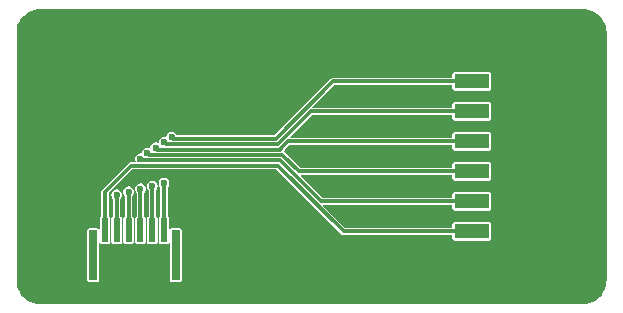
<source format=gtl>
G04 #@! TF.GenerationSoftware,KiCad,Pcbnew,8.0.7*
G04 #@! TF.CreationDate,2025-01-15T21:05:10+03:00*
G04 #@! TF.ProjectId,Connector,436f6e6e-6563-4746-9f72-2e6b69636164,rev?*
G04 #@! TF.SameCoordinates,Original*
G04 #@! TF.FileFunction,Copper,L1,Top*
G04 #@! TF.FilePolarity,Positive*
%FSLAX46Y46*%
G04 Gerber Fmt 4.6, Leading zero omitted, Abs format (unit mm)*
G04 Created by KiCad (PCBNEW 8.0.7) date 2025-01-15 21:05:10*
%MOMM*%
%LPD*%
G01*
G04 APERTURE LIST*
G04 #@! TA.AperFunction,SMDPad,CuDef*
%ADD10R,0.600000X2.000000*%
G04 #@! TD*
G04 #@! TA.AperFunction,SMDPad,CuDef*
%ADD11R,0.700000X4.200000*%
G04 #@! TD*
G04 #@! TA.AperFunction,SMDPad,CuDef*
%ADD12R,3.000000X1.250000*%
G04 #@! TD*
G04 #@! TA.AperFunction,ViaPad*
%ADD13C,0.600000*%
G04 #@! TD*
G04 #@! TA.AperFunction,Conductor*
%ADD14C,0.304800*%
G04 #@! TD*
G04 APERTURE END LIST*
D10*
X131001100Y-111253600D03*
X132001100Y-111253600D03*
X133001100Y-111253600D03*
X134001100Y-111253600D03*
X135001100Y-111253600D03*
X136001100Y-111253600D03*
D11*
X130001100Y-113353600D03*
X137001100Y-113353600D03*
D12*
X162076100Y-98653600D03*
X162076100Y-101193600D03*
X162076100Y-103733600D03*
X162076100Y-106273600D03*
X162076100Y-108813600D03*
X162076100Y-111353600D03*
D13*
X136000000Y-107250000D03*
X136654526Y-103360001D03*
X133000000Y-108000000D03*
X134599825Y-104731601D03*
X136031488Y-103817201D03*
X135000000Y-107500000D03*
X134000000Y-105188800D03*
X132000000Y-108250000D03*
X135283834Y-104274401D03*
X134000000Y-107750000D03*
D14*
X131001100Y-107998900D02*
X131001100Y-111253600D01*
X145641100Y-105793600D02*
X133206400Y-105793600D01*
X133206400Y-105793600D02*
X131001100Y-107998900D01*
X162076100Y-111353600D02*
X151201100Y-111353600D01*
X151201100Y-111353600D02*
X145641100Y-105793600D01*
X150303244Y-98653600D02*
X145449243Y-103507601D01*
X145449243Y-103507601D02*
X136802126Y-103507601D01*
X162076100Y-98653600D02*
X150303244Y-98653600D01*
X136802126Y-103507601D02*
X136654526Y-103360001D01*
X136000000Y-107250000D02*
X136000000Y-108000000D01*
X136000000Y-108000000D02*
X136001100Y-108001100D01*
X136001100Y-108001100D02*
X136001100Y-111253600D01*
X146195331Y-105054669D02*
X146019863Y-104879201D01*
X135750000Y-104879201D02*
X134747425Y-104879201D01*
X134747425Y-104879201D02*
X134599825Y-104731601D01*
X147414262Y-106273600D02*
X146195331Y-105054669D01*
X162076100Y-106273600D02*
X147414262Y-106273600D01*
X133001100Y-108501100D02*
X133001100Y-111253600D01*
X133000000Y-108500000D02*
X133001100Y-108501100D01*
X146019863Y-104879201D02*
X135750000Y-104879201D01*
X133000000Y-108000000D02*
X133000000Y-108500000D01*
X148409822Y-101193600D02*
X145638621Y-103964801D01*
X162076100Y-101193600D02*
X148409822Y-101193600D01*
X135021100Y-111233600D02*
X135001100Y-111253600D01*
X136179088Y-103964801D02*
X136031488Y-103817201D01*
X135000000Y-107500000D02*
X135001100Y-107501100D01*
X135001100Y-107501100D02*
X135001100Y-111253600D01*
X145638621Y-103964801D02*
X136179088Y-103964801D01*
X138500000Y-105336401D02*
X134147601Y-105336401D01*
X145830481Y-105336401D02*
X138500000Y-105336401D01*
X149307681Y-108813600D02*
X146247040Y-105752960D01*
X132000000Y-111252500D02*
X132001100Y-111253600D01*
X132000000Y-108250000D02*
X132000000Y-111252500D01*
X162076100Y-108813600D02*
X149307681Y-108813600D01*
X134147601Y-105336401D02*
X134000000Y-105188800D01*
X146247040Y-105752960D02*
X145830481Y-105336400D01*
X146247040Y-105752960D02*
X145830481Y-105336401D01*
X146000000Y-104250000D02*
X145827999Y-104422001D01*
X150500000Y-103733600D02*
X146516400Y-103733600D01*
X146516400Y-103733600D02*
X146000000Y-104250000D01*
X162076100Y-103733600D02*
X150500000Y-103733600D01*
X135431434Y-104422001D02*
X135283834Y-104274401D01*
X145827999Y-104422001D02*
X142000000Y-104422001D01*
X134000000Y-107750000D02*
X134000000Y-108250000D01*
X134000000Y-108250000D02*
X134001100Y-108251100D01*
X142000000Y-104422001D02*
X135431434Y-104422001D01*
X134001100Y-108251100D02*
X134001100Y-111253600D01*
G04 #@! TA.AperFunction,NonConductor*
G36*
X171502518Y-92529192D02*
G01*
X171755994Y-92545806D01*
X171761606Y-92546545D01*
X172009347Y-92595823D01*
X172014831Y-92597293D01*
X172254020Y-92678487D01*
X172259257Y-92680657D01*
X172485793Y-92792372D01*
X172490716Y-92795214D01*
X172700731Y-92935542D01*
X172705240Y-92939002D01*
X172895141Y-93105540D01*
X172899159Y-93109558D01*
X173065697Y-93299459D01*
X173069157Y-93303968D01*
X173209485Y-93513983D01*
X173212327Y-93518906D01*
X173324039Y-93745435D01*
X173326214Y-93750685D01*
X173407405Y-93989865D01*
X173408876Y-93995355D01*
X173458152Y-94243081D01*
X173458894Y-94248716D01*
X173475507Y-94502181D01*
X173475600Y-94505023D01*
X173475600Y-115502176D01*
X173475507Y-115505018D01*
X173458894Y-115758483D01*
X173458152Y-115764118D01*
X173408876Y-116011844D01*
X173407405Y-116017334D01*
X173326214Y-116256514D01*
X173324039Y-116261764D01*
X173212327Y-116488293D01*
X173209485Y-116493216D01*
X173069157Y-116703231D01*
X173065697Y-116707740D01*
X172899159Y-116897641D01*
X172895141Y-116901659D01*
X172705240Y-117068197D01*
X172700731Y-117071657D01*
X172490716Y-117211985D01*
X172485793Y-117214827D01*
X172259264Y-117326539D01*
X172254014Y-117328714D01*
X172014834Y-117409905D01*
X172009344Y-117411376D01*
X171761618Y-117460652D01*
X171755983Y-117461394D01*
X171502519Y-117478007D01*
X171499677Y-117478100D01*
X125502523Y-117478100D01*
X125499681Y-117478007D01*
X125246216Y-117461394D01*
X125240581Y-117460652D01*
X124992855Y-117411376D01*
X124987365Y-117409905D01*
X124748185Y-117328714D01*
X124742935Y-117326539D01*
X124516406Y-117214827D01*
X124511483Y-117211985D01*
X124301468Y-117071657D01*
X124296959Y-117068197D01*
X124107058Y-116901659D01*
X124103040Y-116897641D01*
X123936502Y-116707740D01*
X123933042Y-116703231D01*
X123792714Y-116493216D01*
X123789872Y-116488293D01*
X123678160Y-116261764D01*
X123675987Y-116256520D01*
X123594793Y-116017331D01*
X123593323Y-116011844D01*
X123570997Y-115899603D01*
X123544045Y-115764106D01*
X123543306Y-115758494D01*
X123526693Y-115505018D01*
X123526600Y-115502176D01*
X123526600Y-111238540D01*
X129498200Y-111238540D01*
X129498200Y-115468658D01*
X129503503Y-115495315D01*
X129507072Y-115513258D01*
X129507072Y-115513259D01*
X129507074Y-115513263D01*
X129540862Y-115563830D01*
X129540869Y-115563837D01*
X129591438Y-115597626D01*
X129591442Y-115597628D01*
X129636043Y-115606500D01*
X130366156Y-115606499D01*
X130366158Y-115606499D01*
X130376038Y-115604533D01*
X130410758Y-115597628D01*
X130410762Y-115597625D01*
X130410763Y-115597625D01*
X130461330Y-115563837D01*
X130461330Y-115563836D01*
X130461334Y-115563834D01*
X130495128Y-115513258D01*
X130504000Y-115468657D01*
X130503999Y-112377063D01*
X130516725Y-112346340D01*
X130547449Y-112333614D01*
X130578173Y-112346340D01*
X130583575Y-112352923D01*
X130590863Y-112363830D01*
X130590866Y-112363834D01*
X130590869Y-112363837D01*
X130641438Y-112397626D01*
X130641442Y-112397628D01*
X130686043Y-112406500D01*
X131316156Y-112406499D01*
X131316158Y-112406499D01*
X131326038Y-112404533D01*
X131360758Y-112397628D01*
X131360762Y-112397625D01*
X131360763Y-112397625D01*
X131411330Y-112363837D01*
X131411330Y-112363836D01*
X131411334Y-112363834D01*
X131426634Y-112340937D01*
X131445126Y-112313261D01*
X131445128Y-112313257D01*
X131445128Y-112313256D01*
X131454000Y-112268657D01*
X131453999Y-110238544D01*
X131453999Y-110238543D01*
X131453999Y-110238541D01*
X131451050Y-110223720D01*
X131445128Y-110193942D01*
X131445125Y-110193938D01*
X131445125Y-110193936D01*
X131411337Y-110143369D01*
X131411330Y-110143362D01*
X131360761Y-110109573D01*
X131360758Y-110109572D01*
X131341371Y-110105715D01*
X131313721Y-110087238D01*
X131306400Y-110063100D01*
X131306400Y-108250000D01*
X131542443Y-108250000D01*
X131560977Y-108378909D01*
X131560978Y-108378912D01*
X131614257Y-108495574D01*
X131615079Y-108497374D01*
X131684087Y-108577014D01*
X131694700Y-108605467D01*
X131694700Y-110063320D01*
X131681974Y-110094044D01*
X131659727Y-110105935D01*
X131641443Y-110109571D01*
X131641436Y-110109574D01*
X131590869Y-110143362D01*
X131590862Y-110143369D01*
X131557073Y-110193938D01*
X131557071Y-110193942D01*
X131548200Y-110238540D01*
X131548200Y-112268658D01*
X131555106Y-112303375D01*
X131557072Y-112313258D01*
X131557072Y-112313259D01*
X131557074Y-112313263D01*
X131590862Y-112363830D01*
X131590869Y-112363837D01*
X131641438Y-112397626D01*
X131641442Y-112397628D01*
X131686043Y-112406500D01*
X132316156Y-112406499D01*
X132316158Y-112406499D01*
X132326038Y-112404533D01*
X132360758Y-112397628D01*
X132360762Y-112397625D01*
X132360763Y-112397625D01*
X132411330Y-112363837D01*
X132411330Y-112363836D01*
X132411334Y-112363834D01*
X132426634Y-112340937D01*
X132445126Y-112313261D01*
X132445128Y-112313257D01*
X132445128Y-112313256D01*
X132454000Y-112268657D01*
X132453999Y-110238544D01*
X132453999Y-110238543D01*
X132453999Y-110238541D01*
X132451050Y-110223720D01*
X132445128Y-110193942D01*
X132445125Y-110193938D01*
X132445125Y-110193936D01*
X132411337Y-110143369D01*
X132411330Y-110143362D01*
X132360761Y-110109573D01*
X132360758Y-110109572D01*
X132340271Y-110105496D01*
X132312621Y-110087018D01*
X132305300Y-110062881D01*
X132305300Y-108605467D01*
X132315912Y-108577014D01*
X132384921Y-108497374D01*
X132439023Y-108378909D01*
X132457557Y-108250000D01*
X132439023Y-108121091D01*
X132384921Y-108002626D01*
X132382646Y-108000000D01*
X132542443Y-108000000D01*
X132560977Y-108128909D01*
X132560978Y-108128912D01*
X132615077Y-108247370D01*
X132615079Y-108247374D01*
X132684087Y-108327014D01*
X132694700Y-108355467D01*
X132694700Y-108540193D01*
X132694701Y-108540197D01*
X132695072Y-108543012D01*
X132694880Y-108543037D01*
X132695800Y-108550016D01*
X132695800Y-110063101D01*
X132683074Y-110093825D01*
X132660827Y-110105716D01*
X132641443Y-110109571D01*
X132641436Y-110109574D01*
X132590869Y-110143362D01*
X132590862Y-110143369D01*
X132557073Y-110193938D01*
X132557071Y-110193942D01*
X132548200Y-110238540D01*
X132548200Y-112268658D01*
X132555106Y-112303375D01*
X132557072Y-112313258D01*
X132557072Y-112313259D01*
X132557074Y-112313263D01*
X132590862Y-112363830D01*
X132590869Y-112363837D01*
X132641438Y-112397626D01*
X132641442Y-112397628D01*
X132686043Y-112406500D01*
X133316156Y-112406499D01*
X133316158Y-112406499D01*
X133326038Y-112404533D01*
X133360758Y-112397628D01*
X133360762Y-112397625D01*
X133360763Y-112397625D01*
X133411330Y-112363837D01*
X133411330Y-112363836D01*
X133411334Y-112363834D01*
X133426634Y-112340937D01*
X133445126Y-112313261D01*
X133445128Y-112313257D01*
X133445128Y-112313256D01*
X133454000Y-112268657D01*
X133453999Y-110238544D01*
X133453999Y-110238543D01*
X133453999Y-110238541D01*
X133451050Y-110223720D01*
X133445128Y-110193942D01*
X133445125Y-110193938D01*
X133445125Y-110193936D01*
X133411337Y-110143369D01*
X133411330Y-110143362D01*
X133360761Y-110109573D01*
X133360758Y-110109572D01*
X133341371Y-110105715D01*
X133313721Y-110087238D01*
X133306400Y-110063100D01*
X133306400Y-108460909D01*
X133306028Y-108458083D01*
X133306217Y-108458057D01*
X133305300Y-108451081D01*
X133305300Y-108355467D01*
X133315912Y-108327014D01*
X133384921Y-108247374D01*
X133439023Y-108128909D01*
X133457557Y-108000000D01*
X133439023Y-107871091D01*
X133384921Y-107752626D01*
X133382646Y-107750000D01*
X133542443Y-107750000D01*
X133560977Y-107878909D01*
X133560978Y-107878912D01*
X133615077Y-107997370D01*
X133615079Y-107997374D01*
X133684087Y-108077014D01*
X133694700Y-108105467D01*
X133694700Y-108290193D01*
X133694701Y-108290197D01*
X133695072Y-108293012D01*
X133694880Y-108293037D01*
X133695800Y-108300016D01*
X133695800Y-110063101D01*
X133683074Y-110093825D01*
X133660827Y-110105716D01*
X133641443Y-110109571D01*
X133641436Y-110109574D01*
X133590869Y-110143362D01*
X133590862Y-110143369D01*
X133557073Y-110193938D01*
X133557071Y-110193942D01*
X133548200Y-110238540D01*
X133548200Y-112268658D01*
X133555106Y-112303375D01*
X133557072Y-112313258D01*
X133557072Y-112313259D01*
X133557074Y-112313263D01*
X133590862Y-112363830D01*
X133590869Y-112363837D01*
X133641438Y-112397626D01*
X133641442Y-112397628D01*
X133686043Y-112406500D01*
X134316156Y-112406499D01*
X134316158Y-112406499D01*
X134326038Y-112404533D01*
X134360758Y-112397628D01*
X134360762Y-112397625D01*
X134360763Y-112397625D01*
X134411330Y-112363837D01*
X134411330Y-112363836D01*
X134411334Y-112363834D01*
X134426634Y-112340937D01*
X134445126Y-112313261D01*
X134445128Y-112313257D01*
X134445128Y-112313256D01*
X134454000Y-112268657D01*
X134453999Y-110238544D01*
X134453999Y-110238543D01*
X134453999Y-110238541D01*
X134451050Y-110223720D01*
X134445128Y-110193942D01*
X134445125Y-110193938D01*
X134445125Y-110193936D01*
X134411337Y-110143369D01*
X134411330Y-110143362D01*
X134360761Y-110109573D01*
X134360758Y-110109572D01*
X134341371Y-110105715D01*
X134313721Y-110087238D01*
X134306400Y-110063100D01*
X134306400Y-108210909D01*
X134306028Y-108208083D01*
X134306217Y-108208057D01*
X134305300Y-108201081D01*
X134305300Y-108105467D01*
X134315912Y-108077014D01*
X134384921Y-107997374D01*
X134439023Y-107878909D01*
X134457557Y-107750000D01*
X134439023Y-107621091D01*
X134384921Y-107502626D01*
X134382646Y-107500000D01*
X134542443Y-107500000D01*
X134560977Y-107628909D01*
X134560978Y-107628912D01*
X134572528Y-107654202D01*
X134615079Y-107747374D01*
X134685187Y-107828283D01*
X134695800Y-107856736D01*
X134695800Y-110063101D01*
X134683074Y-110093825D01*
X134660827Y-110105716D01*
X134641443Y-110109571D01*
X134641436Y-110109574D01*
X134590869Y-110143362D01*
X134590862Y-110143369D01*
X134557073Y-110193938D01*
X134557071Y-110193942D01*
X134548200Y-110238540D01*
X134548200Y-112268658D01*
X134555106Y-112303375D01*
X134557072Y-112313258D01*
X134557072Y-112313259D01*
X134557074Y-112313263D01*
X134590862Y-112363830D01*
X134590869Y-112363837D01*
X134641438Y-112397626D01*
X134641442Y-112397628D01*
X134686043Y-112406500D01*
X135316156Y-112406499D01*
X135316158Y-112406499D01*
X135326038Y-112404533D01*
X135360758Y-112397628D01*
X135360762Y-112397625D01*
X135360763Y-112397625D01*
X135411330Y-112363837D01*
X135411330Y-112363836D01*
X135411334Y-112363834D01*
X135426634Y-112340937D01*
X135445126Y-112313261D01*
X135445128Y-112313257D01*
X135445128Y-112313256D01*
X135454000Y-112268657D01*
X135453999Y-110238544D01*
X135453999Y-110238543D01*
X135453999Y-110238541D01*
X135451050Y-110223720D01*
X135445128Y-110193942D01*
X135445125Y-110193938D01*
X135445125Y-110193936D01*
X135411337Y-110143369D01*
X135411330Y-110143362D01*
X135360761Y-110109573D01*
X135360758Y-110109572D01*
X135341371Y-110105715D01*
X135313721Y-110087238D01*
X135306400Y-110063100D01*
X135306400Y-107854197D01*
X135317012Y-107825744D01*
X135384921Y-107747374D01*
X135439023Y-107628909D01*
X135457557Y-107500000D01*
X135439023Y-107371091D01*
X135384921Y-107252626D01*
X135382646Y-107250000D01*
X135542443Y-107250000D01*
X135560977Y-107378909D01*
X135560978Y-107378912D01*
X135572528Y-107404202D01*
X135615079Y-107497374D01*
X135684087Y-107577014D01*
X135694700Y-107605467D01*
X135694700Y-108040193D01*
X135694701Y-108040197D01*
X135695072Y-108043012D01*
X135694880Y-108043037D01*
X135695800Y-108050016D01*
X135695800Y-110063101D01*
X135683074Y-110093825D01*
X135660827Y-110105716D01*
X135641443Y-110109571D01*
X135641436Y-110109574D01*
X135590869Y-110143362D01*
X135590862Y-110143369D01*
X135557073Y-110193938D01*
X135557071Y-110193942D01*
X135548200Y-110238540D01*
X135548200Y-112268658D01*
X135555106Y-112303375D01*
X135557072Y-112313258D01*
X135557072Y-112313259D01*
X135557074Y-112313263D01*
X135590862Y-112363830D01*
X135590869Y-112363837D01*
X135641438Y-112397626D01*
X135641442Y-112397628D01*
X135686043Y-112406500D01*
X136316156Y-112406499D01*
X136316158Y-112406499D01*
X136326038Y-112404533D01*
X136360758Y-112397628D01*
X136360762Y-112397625D01*
X136360763Y-112397625D01*
X136411330Y-112363837D01*
X136411330Y-112363836D01*
X136411334Y-112363834D01*
X136418622Y-112352925D01*
X136446272Y-112334450D01*
X136478889Y-112340937D01*
X136497365Y-112368587D01*
X136498200Y-112377065D01*
X136498200Y-115468658D01*
X136503503Y-115495315D01*
X136507072Y-115513258D01*
X136507072Y-115513259D01*
X136507074Y-115513263D01*
X136540862Y-115563830D01*
X136540869Y-115563837D01*
X136591438Y-115597626D01*
X136591442Y-115597628D01*
X136636043Y-115606500D01*
X137366156Y-115606499D01*
X137366158Y-115606499D01*
X137376038Y-115604533D01*
X137410758Y-115597628D01*
X137410762Y-115597625D01*
X137410763Y-115597625D01*
X137461330Y-115563837D01*
X137461330Y-115563836D01*
X137461334Y-115563834D01*
X137495128Y-115513258D01*
X137504000Y-115468657D01*
X137503999Y-111238544D01*
X137503999Y-111238543D01*
X137503999Y-111238541D01*
X137501050Y-111223720D01*
X137495128Y-111193942D01*
X137495125Y-111193938D01*
X137495125Y-111193936D01*
X137461337Y-111143369D01*
X137461330Y-111143362D01*
X137410761Y-111109573D01*
X137410757Y-111109571D01*
X137366159Y-111100700D01*
X136636041Y-111100700D01*
X136596383Y-111108589D01*
X136591442Y-111109572D01*
X136591441Y-111109572D01*
X136591436Y-111109574D01*
X136540869Y-111143362D01*
X136540864Y-111143367D01*
X136533576Y-111154275D01*
X136505925Y-111172750D01*
X136473309Y-111166262D01*
X136454834Y-111138611D01*
X136453999Y-111130135D01*
X136453999Y-110238541D01*
X136451050Y-110223720D01*
X136445128Y-110193942D01*
X136445125Y-110193938D01*
X136445125Y-110193936D01*
X136411337Y-110143369D01*
X136411330Y-110143362D01*
X136360761Y-110109573D01*
X136360758Y-110109572D01*
X136341371Y-110105715D01*
X136313721Y-110087238D01*
X136306400Y-110063100D01*
X136306400Y-107960909D01*
X136306028Y-107958083D01*
X136306217Y-107958057D01*
X136305300Y-107951081D01*
X136305300Y-107605467D01*
X136315912Y-107577014D01*
X136384921Y-107497374D01*
X136439023Y-107378909D01*
X136457557Y-107250000D01*
X136439023Y-107121091D01*
X136384921Y-107002626D01*
X136307831Y-106913659D01*
X136299637Y-106904202D01*
X136299636Y-106904201D01*
X136190076Y-106833792D01*
X136065117Y-106797100D01*
X135934883Y-106797100D01*
X135851577Y-106821561D01*
X135809923Y-106833792D01*
X135700362Y-106904202D01*
X135615080Y-107002624D01*
X135615077Y-107002629D01*
X135560978Y-107121087D01*
X135560977Y-107121090D01*
X135542443Y-107250000D01*
X135382646Y-107250000D01*
X135299636Y-107154201D01*
X135190076Y-107083792D01*
X135065117Y-107047100D01*
X134934883Y-107047100D01*
X134851577Y-107071561D01*
X134809923Y-107083792D01*
X134700362Y-107154202D01*
X134615080Y-107252624D01*
X134615077Y-107252629D01*
X134560978Y-107371087D01*
X134560977Y-107371090D01*
X134542443Y-107500000D01*
X134382646Y-107500000D01*
X134299636Y-107404201D01*
X134190076Y-107333792D01*
X134065117Y-107297100D01*
X133934883Y-107297100D01*
X133851577Y-107321561D01*
X133809923Y-107333792D01*
X133700362Y-107404202D01*
X133615080Y-107502624D01*
X133615077Y-107502629D01*
X133560978Y-107621087D01*
X133560977Y-107621090D01*
X133542443Y-107750000D01*
X133382646Y-107750000D01*
X133299636Y-107654201D01*
X133190076Y-107583792D01*
X133065117Y-107547100D01*
X132934883Y-107547100D01*
X132851577Y-107571561D01*
X132809923Y-107583792D01*
X132700362Y-107654202D01*
X132615080Y-107752624D01*
X132615077Y-107752629D01*
X132560978Y-107871087D01*
X132560977Y-107871090D01*
X132542443Y-108000000D01*
X132382646Y-108000000D01*
X132299636Y-107904201D01*
X132190076Y-107833792D01*
X132065117Y-107797100D01*
X131934883Y-107797100D01*
X131851577Y-107821561D01*
X131809923Y-107833792D01*
X131700362Y-107904202D01*
X131615080Y-108002624D01*
X131615077Y-108002629D01*
X131560978Y-108121087D01*
X131560977Y-108121090D01*
X131542443Y-108250000D01*
X131306400Y-108250000D01*
X131306400Y-108143357D01*
X131319126Y-108112633D01*
X133320133Y-106111626D01*
X133350857Y-106098900D01*
X145496643Y-106098900D01*
X145527367Y-106111626D01*
X151013641Y-111597900D01*
X151083258Y-111638094D01*
X151104064Y-111643668D01*
X151160907Y-111658900D01*
X160379751Y-111658900D01*
X160410475Y-111671626D01*
X160423201Y-111702350D01*
X160423201Y-111993658D01*
X160427636Y-112015957D01*
X160432072Y-112038258D01*
X160432072Y-112038259D01*
X160432074Y-112038263D01*
X160465862Y-112088830D01*
X160465869Y-112088837D01*
X160516438Y-112122626D01*
X160516442Y-112122628D01*
X160561043Y-112131500D01*
X163591156Y-112131499D01*
X163591158Y-112131499D01*
X163601038Y-112129533D01*
X163635758Y-112122628D01*
X163635762Y-112122625D01*
X163635763Y-112122625D01*
X163686330Y-112088837D01*
X163686330Y-112088836D01*
X163686334Y-112088834D01*
X163720128Y-112038258D01*
X163729000Y-111993657D01*
X163728999Y-110713544D01*
X163728999Y-110713543D01*
X163728999Y-110713541D01*
X163726050Y-110698720D01*
X163720128Y-110668942D01*
X163720125Y-110668938D01*
X163720125Y-110668936D01*
X163686337Y-110618369D01*
X163686330Y-110618362D01*
X163635761Y-110584573D01*
X163635757Y-110584571D01*
X163591159Y-110575700D01*
X160561041Y-110575700D01*
X160521383Y-110583589D01*
X160516442Y-110584572D01*
X160516441Y-110584572D01*
X160516436Y-110584574D01*
X160465869Y-110618362D01*
X160465862Y-110618369D01*
X160432073Y-110668938D01*
X160432071Y-110668942D01*
X160423200Y-110713540D01*
X160423200Y-111004850D01*
X160410474Y-111035574D01*
X160379750Y-111048300D01*
X151345557Y-111048300D01*
X151314833Y-111035574D01*
X149472333Y-109193074D01*
X149459607Y-109162350D01*
X149472333Y-109131626D01*
X149503057Y-109118900D01*
X160379751Y-109118900D01*
X160410475Y-109131626D01*
X160423201Y-109162350D01*
X160423201Y-109453658D01*
X160427636Y-109475957D01*
X160432072Y-109498258D01*
X160432072Y-109498259D01*
X160432074Y-109498263D01*
X160465862Y-109548830D01*
X160465869Y-109548837D01*
X160516438Y-109582626D01*
X160516442Y-109582628D01*
X160561043Y-109591500D01*
X163591156Y-109591499D01*
X163591158Y-109591499D01*
X163601038Y-109589533D01*
X163635758Y-109582628D01*
X163635762Y-109582625D01*
X163635763Y-109582625D01*
X163686330Y-109548837D01*
X163686330Y-109548836D01*
X163686334Y-109548834D01*
X163720128Y-109498258D01*
X163729000Y-109453657D01*
X163728999Y-108173544D01*
X163728999Y-108173543D01*
X163728999Y-108173541D01*
X163726050Y-108158720D01*
X163720128Y-108128942D01*
X163720125Y-108128938D01*
X163720125Y-108128936D01*
X163686337Y-108078369D01*
X163686330Y-108078362D01*
X163635761Y-108044573D01*
X163635757Y-108044571D01*
X163591159Y-108035700D01*
X160561041Y-108035700D01*
X160521383Y-108043589D01*
X160516442Y-108044572D01*
X160516441Y-108044572D01*
X160516436Y-108044574D01*
X160465869Y-108078362D01*
X160465862Y-108078369D01*
X160432073Y-108128938D01*
X160432071Y-108128942D01*
X160423200Y-108173540D01*
X160423200Y-108464850D01*
X160410474Y-108495574D01*
X160379750Y-108508300D01*
X149452138Y-108508300D01*
X149421414Y-108495574D01*
X148502853Y-107577013D01*
X147578912Y-106653073D01*
X147566187Y-106622350D01*
X147578913Y-106591626D01*
X147609637Y-106578900D01*
X160379751Y-106578900D01*
X160410475Y-106591626D01*
X160423201Y-106622350D01*
X160423201Y-106913658D01*
X160427636Y-106935957D01*
X160432072Y-106958258D01*
X160432072Y-106958259D01*
X160432074Y-106958263D01*
X160465862Y-107008830D01*
X160465869Y-107008837D01*
X160516438Y-107042626D01*
X160516442Y-107042628D01*
X160561043Y-107051500D01*
X163591156Y-107051499D01*
X163591158Y-107051499D01*
X163601038Y-107049533D01*
X163635758Y-107042628D01*
X163635762Y-107042625D01*
X163635763Y-107042625D01*
X163686330Y-107008837D01*
X163686330Y-107008836D01*
X163686334Y-107008834D01*
X163690484Y-107002624D01*
X163720126Y-106958261D01*
X163720128Y-106958257D01*
X163720128Y-106958256D01*
X163729000Y-106913657D01*
X163728999Y-105633544D01*
X163728999Y-105633543D01*
X163728999Y-105633541D01*
X163726050Y-105618720D01*
X163720128Y-105588942D01*
X163720125Y-105588938D01*
X163720125Y-105588936D01*
X163686337Y-105538369D01*
X163686330Y-105538362D01*
X163635761Y-105504573D01*
X163635757Y-105504571D01*
X163591159Y-105495700D01*
X160561041Y-105495700D01*
X160521383Y-105503589D01*
X160516442Y-105504572D01*
X160516441Y-105504572D01*
X160516436Y-105504574D01*
X160465869Y-105538362D01*
X160465862Y-105538369D01*
X160432073Y-105588938D01*
X160432071Y-105588942D01*
X160423200Y-105633540D01*
X160423200Y-105924850D01*
X160410474Y-105955574D01*
X160379750Y-105968300D01*
X147558720Y-105968300D01*
X147527996Y-105955574D01*
X146382790Y-104810369D01*
X146207322Y-104634901D01*
X146154630Y-104604479D01*
X146134385Y-104578095D01*
X146138726Y-104545125D01*
X146145626Y-104536131D01*
X146244300Y-104437459D01*
X146244299Y-104437459D01*
X146264826Y-104416932D01*
X146264825Y-104416932D01*
X146630134Y-104051626D01*
X146660858Y-104038900D01*
X150459807Y-104038900D01*
X160379751Y-104038900D01*
X160410475Y-104051626D01*
X160423201Y-104082350D01*
X160423201Y-104373658D01*
X160425617Y-104385802D01*
X160432072Y-104418258D01*
X160432072Y-104418259D01*
X160432074Y-104418263D01*
X160465862Y-104468830D01*
X160465869Y-104468837D01*
X160516438Y-104502626D01*
X160516442Y-104502628D01*
X160561043Y-104511500D01*
X163591156Y-104511499D01*
X163591158Y-104511499D01*
X163601038Y-104509533D01*
X163635758Y-104502628D01*
X163635762Y-104502625D01*
X163635763Y-104502625D01*
X163686330Y-104468837D01*
X163686330Y-104468836D01*
X163686334Y-104468834D01*
X163720128Y-104418258D01*
X163729000Y-104373657D01*
X163728999Y-103093544D01*
X163728999Y-103093543D01*
X163728999Y-103093541D01*
X163726050Y-103078720D01*
X163720128Y-103048942D01*
X163720125Y-103048938D01*
X163720125Y-103048936D01*
X163686337Y-102998369D01*
X163686330Y-102998362D01*
X163635761Y-102964573D01*
X163635757Y-102964571D01*
X163591159Y-102955700D01*
X160561041Y-102955700D01*
X160521383Y-102963589D01*
X160516442Y-102964572D01*
X160516441Y-102964572D01*
X160516436Y-102964574D01*
X160465869Y-102998362D01*
X160465862Y-102998369D01*
X160432073Y-103048938D01*
X160432071Y-103048942D01*
X160423200Y-103093540D01*
X160423200Y-103384850D01*
X160410474Y-103415574D01*
X160379750Y-103428300D01*
X146711779Y-103428300D01*
X146681055Y-103415574D01*
X146668329Y-103384850D01*
X146681055Y-103354126D01*
X148523555Y-101511626D01*
X148554279Y-101498900D01*
X160379751Y-101498900D01*
X160410475Y-101511626D01*
X160423201Y-101542350D01*
X160423201Y-101833658D01*
X160427636Y-101855957D01*
X160432072Y-101878258D01*
X160432072Y-101878259D01*
X160432074Y-101878263D01*
X160465862Y-101928830D01*
X160465869Y-101928837D01*
X160516438Y-101962626D01*
X160516442Y-101962628D01*
X160561043Y-101971500D01*
X163591156Y-101971499D01*
X163591158Y-101971499D01*
X163601038Y-101969533D01*
X163635758Y-101962628D01*
X163635762Y-101962625D01*
X163635763Y-101962625D01*
X163686330Y-101928837D01*
X163686330Y-101928836D01*
X163686334Y-101928834D01*
X163720128Y-101878258D01*
X163729000Y-101833657D01*
X163728999Y-100553544D01*
X163728999Y-100553543D01*
X163728999Y-100553541D01*
X163726050Y-100538720D01*
X163720128Y-100508942D01*
X163720125Y-100508938D01*
X163720125Y-100508936D01*
X163686337Y-100458369D01*
X163686330Y-100458362D01*
X163635761Y-100424573D01*
X163635757Y-100424571D01*
X163591159Y-100415700D01*
X160561041Y-100415700D01*
X160521383Y-100423589D01*
X160516442Y-100424572D01*
X160516441Y-100424572D01*
X160516436Y-100424574D01*
X160465869Y-100458362D01*
X160465862Y-100458369D01*
X160432073Y-100508938D01*
X160432071Y-100508942D01*
X160423200Y-100553540D01*
X160423200Y-100844850D01*
X160410474Y-100875574D01*
X160379750Y-100888300D01*
X148605201Y-100888300D01*
X148574477Y-100875574D01*
X148561751Y-100844850D01*
X148574477Y-100814126D01*
X150416977Y-98971626D01*
X150447701Y-98958900D01*
X160379751Y-98958900D01*
X160410475Y-98971626D01*
X160423201Y-99002350D01*
X160423201Y-99293658D01*
X160427636Y-99315957D01*
X160432072Y-99338258D01*
X160432072Y-99338259D01*
X160432074Y-99338263D01*
X160465862Y-99388830D01*
X160465869Y-99388837D01*
X160516438Y-99422626D01*
X160516442Y-99422628D01*
X160561043Y-99431500D01*
X163591156Y-99431499D01*
X163591158Y-99431499D01*
X163601038Y-99429533D01*
X163635758Y-99422628D01*
X163635762Y-99422625D01*
X163635763Y-99422625D01*
X163686330Y-99388837D01*
X163686330Y-99388836D01*
X163686334Y-99388834D01*
X163720128Y-99338258D01*
X163729000Y-99293657D01*
X163728999Y-98013544D01*
X163728999Y-98013543D01*
X163728999Y-98013541D01*
X163726050Y-97998720D01*
X163720128Y-97968942D01*
X163720125Y-97968938D01*
X163720125Y-97968936D01*
X163686337Y-97918369D01*
X163686330Y-97918362D01*
X163635761Y-97884573D01*
X163635757Y-97884571D01*
X163591159Y-97875700D01*
X160561041Y-97875700D01*
X160521383Y-97883589D01*
X160516442Y-97884572D01*
X160516441Y-97884572D01*
X160516436Y-97884574D01*
X160465869Y-97918362D01*
X160465862Y-97918369D01*
X160432073Y-97968938D01*
X160432071Y-97968942D01*
X160423200Y-98013540D01*
X160423200Y-98304850D01*
X160410474Y-98335574D01*
X160379750Y-98348300D01*
X150263044Y-98348300D01*
X150185403Y-98369105D01*
X150185402Y-98369106D01*
X150115784Y-98409300D01*
X145335510Y-103189575D01*
X145304786Y-103202301D01*
X137108323Y-103202301D01*
X137077599Y-103189575D01*
X137068800Y-103176902D01*
X137039447Y-103112627D01*
X136954162Y-103014202D01*
X136844602Y-102943793D01*
X136719643Y-102907101D01*
X136589409Y-102907101D01*
X136506103Y-102931562D01*
X136464449Y-102943793D01*
X136354888Y-103014203D01*
X136269606Y-103112625D01*
X136269603Y-103112630D01*
X136215504Y-103231088D01*
X136215503Y-103231091D01*
X136199446Y-103342769D01*
X136182476Y-103371369D01*
X136150254Y-103379593D01*
X136144197Y-103378275D01*
X136119861Y-103371129D01*
X136096605Y-103364301D01*
X135966371Y-103364301D01*
X135896389Y-103384850D01*
X135841411Y-103400993D01*
X135731850Y-103471403D01*
X135646568Y-103569825D01*
X135646565Y-103569830D01*
X135592466Y-103688288D01*
X135592465Y-103688291D01*
X135573931Y-103817201D01*
X135577067Y-103839017D01*
X135568842Y-103871239D01*
X135540241Y-103888207D01*
X135510569Y-103881752D01*
X135473910Y-103858193D01*
X135348951Y-103821501D01*
X135218717Y-103821501D01*
X135135411Y-103845962D01*
X135093757Y-103858193D01*
X134984196Y-103928603D01*
X134898914Y-104027025D01*
X134898911Y-104027030D01*
X134844812Y-104145488D01*
X134844811Y-104145491D01*
X134826284Y-104274347D01*
X134809314Y-104302947D01*
X134777092Y-104311171D01*
X134771035Y-104309853D01*
X134714670Y-104293302D01*
X134664942Y-104278701D01*
X134534708Y-104278701D01*
X134452135Y-104302947D01*
X134409748Y-104315393D01*
X134300187Y-104385803D01*
X134214905Y-104484225D01*
X134214902Y-104484230D01*
X134160803Y-104602688D01*
X134160802Y-104602691D01*
X134145686Y-104707829D01*
X134128717Y-104736429D01*
X134096494Y-104744653D01*
X134090440Y-104743335D01*
X134065117Y-104735900D01*
X133934883Y-104735900D01*
X133853686Y-104759742D01*
X133809923Y-104772592D01*
X133700362Y-104843002D01*
X133615080Y-104941424D01*
X133615077Y-104941429D01*
X133560978Y-105059887D01*
X133560977Y-105059890D01*
X133542443Y-105188800D01*
X133560977Y-105317709D01*
X133560978Y-105317712D01*
X133610798Y-105426800D01*
X133611986Y-105460034D01*
X133589325Y-105484373D01*
X133571275Y-105488300D01*
X133166200Y-105488300D01*
X133105481Y-105504571D01*
X133105480Y-105504572D01*
X133088559Y-105509105D01*
X133088555Y-105509107D01*
X133018944Y-105549298D01*
X133018941Y-105549300D01*
X130756800Y-107811440D01*
X130748543Y-107825743D01*
X130726251Y-107864354D01*
X130717846Y-107878912D01*
X130716605Y-107881061D01*
X130695800Y-107958700D01*
X130695800Y-110063101D01*
X130683074Y-110093825D01*
X130660827Y-110105716D01*
X130641443Y-110109571D01*
X130641436Y-110109574D01*
X130590869Y-110143362D01*
X130590862Y-110143369D01*
X130557073Y-110193938D01*
X130557071Y-110193942D01*
X130548200Y-110238540D01*
X130548200Y-111130134D01*
X130535474Y-111160858D01*
X130504750Y-111173584D01*
X130474026Y-111160858D01*
X130468623Y-111154274D01*
X130461335Y-111143367D01*
X130461330Y-111143362D01*
X130410761Y-111109573D01*
X130410757Y-111109571D01*
X130366159Y-111100700D01*
X129636041Y-111100700D01*
X129596383Y-111108589D01*
X129591442Y-111109572D01*
X129591441Y-111109572D01*
X129591436Y-111109574D01*
X129540869Y-111143362D01*
X129540862Y-111143369D01*
X129507073Y-111193938D01*
X129507071Y-111193942D01*
X129498200Y-111238540D01*
X123526600Y-111238540D01*
X123526600Y-94505023D01*
X123526693Y-94502181D01*
X123535301Y-94370842D01*
X123543306Y-94248703D01*
X123544045Y-94243095D01*
X123593324Y-93995348D01*
X123594792Y-93989872D01*
X123675989Y-93750673D01*
X123678154Y-93745447D01*
X123789875Y-93518899D01*
X123792710Y-93513989D01*
X123933045Y-93303963D01*
X123936502Y-93299459D01*
X124103050Y-93109547D01*
X124107047Y-93105550D01*
X124296963Y-92938998D01*
X124301463Y-92935545D01*
X124511489Y-92795210D01*
X124516399Y-92792375D01*
X124742947Y-92680654D01*
X124748173Y-92678489D01*
X124987372Y-92597292D01*
X124992848Y-92595824D01*
X125240595Y-92546545D01*
X125246203Y-92545806D01*
X125499681Y-92529192D01*
X125502523Y-92529100D01*
X125509385Y-92529100D01*
X171492815Y-92529100D01*
X171499677Y-92529100D01*
X171502518Y-92529192D01*
G37*
G04 #@! TD.AperFunction*
M02*

</source>
